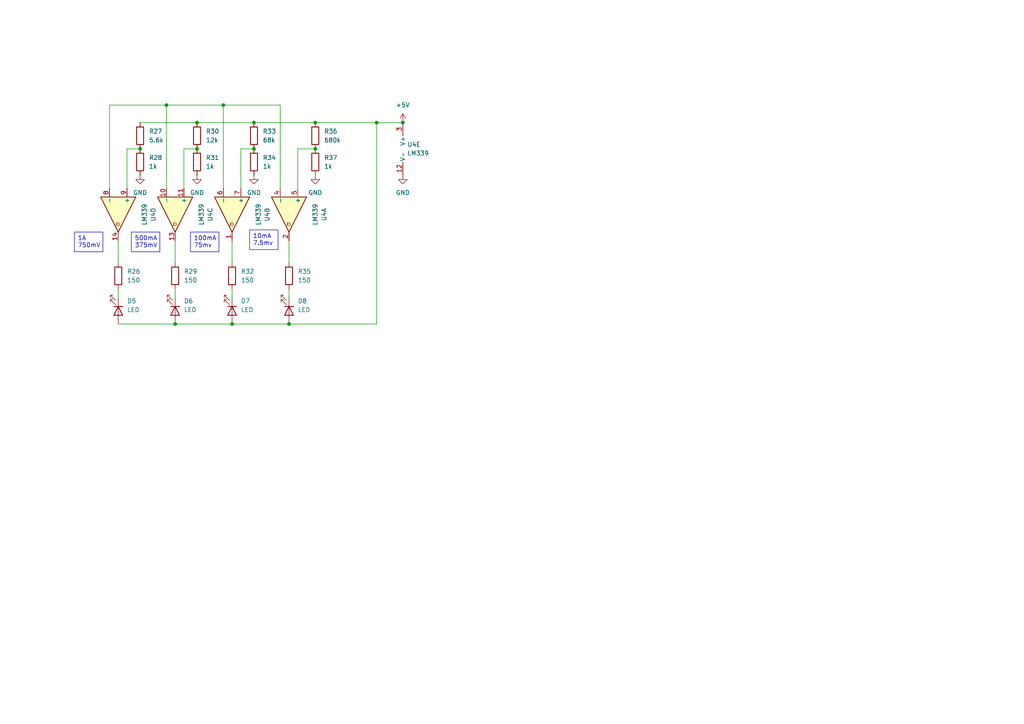
<source format=kicad_sch>
(kicad_sch (version 20231120) (generator "eeschema") (generator_version "8.0")
  (paper "A4")
  (lib_symbols
    (symbol "Comparator:LM339" (pin_names (offset 0.127))
      (property "Reference" "U" (at 0 5.08 0))
      (property "Value" "LM339" (at 0 -5.08 0))
      (symbol "LM339_1_1"
        (polyline (pts (xy -5.08 5.08) (xy 5.08 0) (xy -5.08 -5.08) (xy -5.08 5.08)) (stroke (width 0.254)) (fill (type background)))
        (polyline (pts (xy 3.302 -0.508) (xy 2.794 -0.508) (xy 3.302 0) (xy 2.794 0.508) (xy 2.286 0) (xy 2.794 -0.508) (xy 2.286 -0.508)) (stroke (width 0.127)))
        (pin open_collector line (at 7.62 0 180) (length 2.54) (name "~") (number "2"))
        (pin input line (at -7.62 -2.54 0) (length 2.54) (name "-") (number "4"))
        (pin input line (at -7.62 2.54 0) (length 2.54) (name "+") (number "5"))
      )
      (symbol "LM339_2_1"
        (polyline (pts (xy -5.08 5.08) (xy 5.08 0) (xy -5.08 -5.08) (xy -5.08 5.08)) (stroke (width 0.254)) (fill (type background)))
        (polyline (pts (xy 3.302 -0.508) (xy 2.794 -0.508) (xy 3.302 0) (xy 2.794 0.508) (xy 2.286 0) (xy 2.794 -0.508) (xy 2.286 -0.508)) (stroke (width 0.127)))
        (pin open_collector line (at 7.62 0 180) (length 2.54) (name "~") (number "1"))
        (pin input line (at -7.62 -2.54 0) (length 2.54) (name "-") (number "6"))
        (pin input line (at -7.62 2.54 0) (length 2.54) (name "+") (number "7"))
      )
      (symbol "LM339_3_1"
        (polyline (pts (xy -5.08 5.08) (xy 5.08 0) (xy -5.08 -5.08) (xy -5.08 5.08)) (stroke (width 0.254)) (fill (type background)))
        (polyline (pts (xy 3.302 -0.508) (xy 2.794 -0.508) (xy 3.302 0) (xy 2.794 0.508) (xy 2.286 0) (xy 2.794 -0.508) (xy 2.286 -0.508)) (stroke (width 0.127)))
        (pin input line (at -7.62 -2.54 0) (length 2.54) (name "-") (number "10"))
        (pin input line (at -7.62 2.54 0) (length 2.54) (name "+") (number "11"))
        (pin open_collector line (at 7.62 0 180) (length 2.54) (name "~") (number "13"))
      )
      (symbol "LM339_4_1"
        (polyline (pts (xy -5.08 5.08) (xy 5.08 0) (xy -5.08 -5.08) (xy -5.08 5.08)) (stroke (width 0.254)) (fill (type background)))
        (polyline (pts (xy 3.302 -0.508) (xy 2.794 -0.508) (xy 3.302 0) (xy 2.794 0.508) (xy 2.286 0) (xy 2.794 -0.508) (xy 2.286 -0.508)) (stroke (width 0.127)))
        (pin open_collector line (at 7.62 0 180) (length 2.54) (name "~") (number "14"))
        (pin input line (at -7.62 -2.54 0) (length 2.54) (name "-") (number "8"))
        (pin input line (at -7.62 2.54 0) (length 2.54) (name "+") (number "9"))
      )
      (symbol "LM339_5_1"
        (pin power_in line (at -2.54 -7.62 90) (length 3.81) (name "V-") (number "12"))
        (pin power_in line (at -2.54 7.62 270) (length 3.81) (name "V+") (number "3"))
      )
    )
    (symbol "Device:LED" (pin_numbers hide) (pin_names (offset 1.016) hide)
      (property "Reference" "D" (at 0 2.54 0))
      (property "Value" "LED" (at 0 -2.54 0))
      (symbol "LED_0_1"
        (polyline (pts (xy -1.27 -1.27) (xy -1.27 1.27)) (stroke (width 0.254)))
        (polyline (pts (xy -1.27 0) (xy 1.27 0)))
        (polyline (pts (xy 1.27 -1.27) (xy 1.27 1.27) (xy -1.27 0) (xy 1.27 -1.27)) (stroke (width 0.254)))
        (polyline (pts (xy -3.048 -0.762) (xy -4.572 -2.286) (xy -3.81 -2.286) (xy -4.572 -2.286) (xy -4.572 -1.524)))
        (polyline (pts (xy -1.778 -0.762) (xy -3.302 -2.286) (xy -2.54 -2.286) (xy -3.302 -2.286) (xy -3.302 -1.524)))
      )
      (symbol "LED_1_1"
        (pin passive line (at -3.81 0 0) (length 2.54) (name "K") (number "1"))
        (pin passive line (at 3.81 0 180) (length 2.54) (name "A") (number "2"))
      )
    )
    (symbol "Device:R" (pin_numbers hide) (pin_names (offset 0))
      (property "Reference" "R" (at 2.032 0 90))
      (property "Value" "R" (at 0 0 90))
      (symbol "R_0_1"
        (rectangle (start -1.016 -2.54) (end 1.016 2.54) (stroke (width 0.254)))
      )
      (symbol "R_1_1"
        (pin passive line (at 0 3.81 270) (length 1.27) (name "~") (number "1"))
        (pin passive line (at 0 -3.81 90) (length 1.27) (name "~") (number "2"))
      )
    )
    (symbol "power:+5V" (power) (pin_numbers hide) (pin_names (offset 0) hide)
      (property "Value" "+5V" (at 0 3.556 0))
      (symbol "+5V_0_1"
        (polyline (pts (xy -0.762 1.27) (xy 0 2.54)))
        (polyline (pts (xy 0 0) (xy 0 2.54)))
        (polyline (pts (xy 0 2.54) (xy 0.762 1.27)))
      )
      (symbol "+5V_1_1"
        (pin power_in line (at 0 0 90) (length 0) (name "~") (number "1"))
      )
    )
    (symbol "power:GND" (power) (pin_numbers hide) (pin_names (offset 0) hide)
      (property "Value" "GND" (at 0 -3.81 0))
      (symbol "GND_0_1"
        (polyline (pts (xy 0 0) (xy 0 -1.27) (xy 1.27 -1.27) (xy 0 -2.54) (xy -1.27 -1.27) (xy 0 -1.27)))
      )
      (symbol "GND_1_1"
        (pin power_in line (at 0 0 270) (length 0) (name "~") (number "1"))
      )
    )
  )
  (junction (at 48.26 30.48))
  (junction (at 40.64 43.18))
  (junction (at 91.44 43.18))
  (junction (at 116.84 35.56))
  (junction (at 67.31 93.98))
  (junction (at 73.66 43.18))
  (junction (at 109.22 35.56))
  (junction (at 50.8 93.98))
  (junction (at 57.15 43.18))
  (junction (at 91.44 35.56))
  (junction (at 64.77 30.48))
  (junction (at 83.82 93.98))
  (junction (at 73.66 35.56))
  (junction (at 57.15 35.56))
  (wire (pts (xy 69.85 43.18) (xy 73.66 43.18)))
  (wire (pts (xy 53.34 43.18) (xy 57.15 43.18)))
  (wire (pts (xy 50.8 83.82) (xy 50.8 86.36)))
  (wire (pts (xy 81.28 54.61) (xy 81.28 30.48)))
  (wire (pts (xy 83.82 93.98) (xy 109.22 93.98)))
  (wire (pts (xy 36.83 43.18) (xy 40.64 43.18)))
  (wire (pts (xy 50.8 69.85) (xy 50.8 76.2)))
  (wire (pts (xy 109.22 35.56) (xy 116.84 35.56)))
  (wire (pts (xy 67.31 93.98) (xy 83.82 93.98)))
  (wire (pts (xy 40.64 35.56) (xy 57.15 35.56)))
  (wire (pts (xy 83.82 69.85) (xy 83.82 76.2)))
  (wire (pts (xy 48.26 30.48) (xy 48.26 54.61)))
  (wire (pts (xy 34.29 69.85) (xy 34.29 76.2)))
  (wire (pts (xy 53.34 54.61) (xy 53.34 43.18)))
  (wire (pts (xy 83.82 83.82) (xy 83.82 86.36)))
  (wire (pts (xy 36.83 54.61) (xy 36.83 43.18)))
  (wire (pts (xy 86.36 43.18) (xy 91.44 43.18)))
  (wire (pts (xy 34.29 93.98) (xy 50.8 93.98)))
  (wire (pts (xy 91.44 35.56) (xy 109.22 35.56)))
  (wire (pts (xy 57.15 35.56) (xy 73.66 35.56)))
  (wire (pts (xy 73.66 35.56) (xy 91.44 35.56)))
  (wire (pts (xy 31.75 54.61) (xy 31.75 30.48)))
  (wire (pts (xy 67.31 83.82) (xy 67.31 86.36)))
  (wire (pts (xy 109.22 35.56) (xy 109.22 93.98)))
  (wire (pts (xy 31.75 30.48) (xy 48.26 30.48)))
  (wire (pts (xy 86.36 54.61) (xy 86.36 43.18)))
  (wire (pts (xy 50.8 93.98) (xy 67.31 93.98)))
  (wire (pts (xy 64.77 30.48) (xy 81.28 30.48)))
  (wire (pts (xy 34.29 83.82) (xy 34.29 86.36)))
  (wire (pts (xy 67.31 69.85) (xy 67.31 76.2)))
  (wire (pts (xy 69.85 54.61) (xy 69.85 43.18)))
  (wire (pts (xy 64.77 30.48) (xy 64.77 54.61)))
  (wire (pts (xy 48.26 30.48) (xy 64.77 30.48)))
  (text_box "1A\n750mV\n" (at 21.59 67.31 0) (size 8.255 5.715) (effects (font (size 1.27 1.27)) (justify left top)))
  (text_box "100mA\n75mv\n" (at 55.245 67.31 0) (size 8.255 5.715) (effects (font (size 1.27 1.27)) (justify left top)))
  (text_box "10mA\n7.5mv\n" (at 72.39 66.675 0) (size 8.255 5.715) (effects (font (size 1.27 1.27)) (justify left top)))
  (text_box "500mA\n375mV\n\n" (at 38.1 67.31 0) (size 8.255 5.715) (effects (font (size 1.27 1.27)) (justify left top)))
  (symbol (lib_id "Comparator:LM339") (at 119.38 43.18 0) (unit 5)
    (property "Reference" "U4" (at 118.11 41.9099 0) (effects (justify left)))
    (property "Value" "LM339" (at 118.11 44.4499 0) (effects (justify left)))
    (property "Footprint" "Package_SO:SOIC-14_3.9x8.7mm_P1.27mm" (effects (hide yes)))
    (property "Datasheet" "https://www.st.com/resource/en/datasheet/lm139.pdf" (effects (hide yes)))
    (property "Description" "Quad Differential Comparators, SOIC-14/TSSOP-14" (effects (hide yes)))
    (property "LCSC Part" "C350549" (effects (hide yes)))
  )
  (symbol (lib_id "Device:LED") (at 50.8 90.17 270) (unit 1)
    (property "Reference" "D6" (at 53.34 87.3124 90) (effects (justify left)))
    (property "Value" "LED" (at 53.34 89.8524 90) (effects (justify left)))
    (property "Footprint" "LED_SMD:LED_0603_1608Metric" (effects (hide yes)))
    (property "Description" "Light emitting diode" (effects (hide yes)))
    (property "LCSC Part" "C2286" (effects (hide yes)))
  )
  (symbol (lib_id "Device:LED") (at 67.31 90.17 270) (unit 1)
    (property "Reference" "D7" (at 69.85 87.3124 90) (effects (justify left)))
    (property "Value" "LED" (at 69.85 89.8524 90) (effects (justify left)))
    (property "Footprint" "LED_SMD:LED_0603_1608Metric" (effects (hide yes)))
    (property "Description" "Light emitting diode" (effects (hide yes)))
    (property "LCSC Part" "C2286" (effects (hide yes)))
  )
  (symbol (lib_id "Device:R") (at 67.31 80.01 0) (unit 1)
    (property "Reference" "R32" (at 69.85 78.7399 0) (effects (justify left)))
    (property "Value" "150" (at 69.85 81.2799 0) (effects (justify left)))
    (property "Footprint" "Resistor_SMD:R_0603_1608Metric" (effects (hide yes)))
    (property "Description" "Resistor" (effects (hide yes)))
  )
  (symbol (lib_id "power:GND") (at 40.64 50.8 0) (unit 1)
    (property "Reference" "#PWR032" (effects (hide yes)))
    (property "Value" "GND" (at 40.64 55.88 0))
    (property "Description" "Power symbol creates a global label with name \"GND\" , ground" (effects (hide yes)))
  )
  (symbol (lib_id "power:GND") (at 57.15 50.8 0) (unit 1)
    (property "Reference" "#PWR033" (effects (hide yes)))
    (property "Value" "GND" (at 57.15 55.88 0))
    (property "Description" "Power symbol creates a global label with name \"GND\" , ground" (effects (hide yes)))
  )
  (symbol (lib_id "Device:R") (at 57.15 39.37 0) (unit 1)
    (property "Reference" "R30" (at 59.69 38.0999 0) (effects (justify left)))
    (property "Value" "12k" (at 59.69 40.6399 0) (effects (justify left)))
    (property "Footprint" "Resistor_SMD:R_0603_1608Metric" (effects (hide yes)))
    (property "Description" "Resistor" (effects (hide yes)))
  )
  (symbol (lib_id "Device:LED") (at 83.82 90.17 270) (unit 1)
    (property "Reference" "D8" (at 86.36 87.3124 90) (effects (justify left)))
    (property "Value" "LED" (at 86.36 89.8524 90) (effects (justify left)))
    (property "Footprint" "LED_SMD:LED_0603_1608Metric" (effects (hide yes)))
    (property "Description" "Light emitting diode" (effects (hide yes)))
    (property "LCSC Part" "C2286" (effects (hide yes)))
  )
  (symbol (lib_id "Comparator:LM339") (at 50.8 62.23 270) (unit 3)
    (property "Reference" "U4" (at 60.96 62.23 0))
    (property "Value" "LM339" (at 58.42 62.23 0))
    (property "Footprint" "Package_SO:SOIC-14_3.9x8.7mm_P1.27mm" (effects (hide yes)))
    (property "Datasheet" "https://www.st.com/resource/en/datasheet/lm139.pdf" (effects (hide yes)))
    (property "Description" "Quad Differential Comparators, SOIC-14/TSSOP-14" (effects (hide yes)))
    (property "LCSC Part" "C350549" (effects (hide yes)))
  )
  (symbol (lib_id "Device:R") (at 91.44 46.99 0) (unit 1)
    (property "Reference" "R37" (at 93.98 45.7199 0) (effects (justify left)))
    (property "Value" "1k" (at 93.98 48.2599 0) (effects (justify left)))
    (property "Footprint" "Resistor_SMD:R_0603_1608Metric" (effects (hide yes)))
    (property "Description" "Resistor" (effects (hide yes)))
  )
  (symbol (lib_id "Device:R") (at 34.29 80.01 0) (unit 1)
    (property "Reference" "R26" (at 36.83 78.7399 0) (effects (justify left)))
    (property "Value" "150" (at 36.83 81.2799 0) (effects (justify left)))
    (property "Footprint" "Resistor_SMD:R_0603_1608Metric" (effects (hide yes)))
    (property "Description" "Resistor" (effects (hide yes)))
  )
  (symbol (lib_id "Device:R") (at 40.64 39.37 0) (unit 1)
    (property "Reference" "R27" (at 43.18 38.0999 0) (effects (justify left)))
    (property "Value" "5.6k" (at 43.18 40.6399 0) (effects (justify left)))
    (property "Footprint" "Resistor_SMD:R_0603_1608Metric" (effects (hide yes)))
    (property "Description" "Resistor" (effects (hide yes)))
  )
  (symbol (lib_id "power:GND") (at 116.84 50.8 0) (unit 1)
    (property "Reference" "#PWR037" (effects (hide yes)))
    (property "Value" "GND" (at 116.84 55.88 0))
    (property "Description" "Power symbol creates a global label with name \"GND\" , ground" (effects (hide yes)))
  )
  (symbol (lib_id "Device:R") (at 83.82 80.01 0) (unit 1)
    (property "Reference" "R35" (at 86.36 78.7399 0) (effects (justify left)))
    (property "Value" "150" (at 86.36 81.2799 0) (effects (justify left)))
    (property "Footprint" "Resistor_SMD:R_0603_1608Metric" (effects (hide yes)))
    (property "Description" "Resistor" (effects (hide yes)))
  )
  (symbol (lib_id "Device:R") (at 57.15 46.99 0) (unit 1)
    (property "Reference" "R31" (at 59.69 45.7199 0) (effects (justify left)))
    (property "Value" "1k" (at 59.69 48.2599 0) (effects (justify left)))
    (property "Footprint" "Resistor_SMD:R_0603_1608Metric" (effects (hide yes)))
    (property "Description" "Resistor" (effects (hide yes)))
  )
  (symbol (lib_id "power:GND") (at 91.44 50.8 0) (unit 1)
    (property "Reference" "#PWR035" (effects (hide yes)))
    (property "Value" "GND" (at 91.44 55.88 0))
    (property "Description" "Power symbol creates a global label with name \"GND\" , ground" (effects (hide yes)))
  )
  (symbol (lib_id "Device:R") (at 40.64 46.99 0) (unit 1)
    (property "Reference" "R28" (at 43.18 45.7199 0) (effects (justify left)))
    (property "Value" "1k" (at 43.18 48.2599 0) (effects (justify left)))
    (property "Footprint" "Resistor_SMD:R_0603_1608Metric" (effects (hide yes)))
    (property "Description" "Resistor" (effects (hide yes)))
  )
  (symbol (lib_id "Comparator:LM339") (at 83.82 62.23 270) (unit 1)
    (property "Reference" "U4" (at 93.98 62.23 0))
    (property "Value" "LM339" (at 91.44 62.23 0))
    (property "Footprint" "Package_SO:SOIC-14_3.9x8.7mm_P1.27mm" (effects (hide yes)))
    (property "Datasheet" "https://www.st.com/resource/en/datasheet/lm139.pdf" (effects (hide yes)))
    (property "Description" "Quad Differential Comparators, SOIC-14/TSSOP-14" (effects (hide yes)))
    (property "LCSC Part" "C350549" (effects (hide yes)))
  )
  (symbol (lib_id "Device:R") (at 73.66 39.37 0) (unit 1)
    (property "Reference" "R33" (at 76.2 38.0999 0) (effects (justify left)))
    (property "Value" "68k" (at 76.2 40.6399 0) (effects (justify left)))
    (property "Footprint" "Resistor_SMD:R_0603_1608Metric" (effects (hide yes)))
    (property "Description" "Resistor" (effects (hide yes)))
  )
  (symbol (lib_id "power:GND") (at 73.66 50.8 0) (unit 1)
    (property "Reference" "#PWR034" (effects (hide yes)))
    (property "Value" "GND" (at 73.66 55.88 0))
    (property "Description" "Power symbol creates a global label with name \"GND\" , ground" (effects (hide yes)))
  )
  (symbol (lib_id "Device:R") (at 91.44 39.37 0) (unit 1)
    (property "Reference" "R36" (at 93.98 38.0999 0) (effects (justify left)))
    (property "Value" "680k" (at 93.98 40.6399 0) (effects (justify left)))
    (property "Footprint" "Resistor_SMD:R_0603_1608Metric" (effects (hide yes)))
    (property "Description" "Resistor" (effects (hide yes)))
  )
  (symbol (lib_id "Comparator:LM339") (at 67.31 62.23 270) (unit 2)
    (property "Reference" "U4" (at 77.47 62.23 0))
    (property "Value" "LM339" (at 74.93 62.23 0))
    (property "Footprint" "Package_SO:SOIC-14_3.9x8.7mm_P1.27mm" (effects (hide yes)))
    (property "Datasheet" "https://www.st.com/resource/en/datasheet/lm139.pdf" (effects (hide yes)))
    (property "Description" "Quad Differential Comparators, SOIC-14/TSSOP-14" (effects (hide yes)))
    (property "LCSC Part" "C350549" (effects (hide yes)))
  )
  (symbol (lib_id "Comparator:LM339") (at 34.29 62.23 270) (unit 4)
    (property "Reference" "U4" (at 44.45 62.23 0))
    (property "Value" "LM339" (at 41.91 62.23 0))
    (property "Footprint" "Package_SO:SOIC-14_3.9x8.7mm_P1.27mm" (effects (hide yes)))
    (property "Datasheet" "https://www.st.com/resource/en/datasheet/lm139.pdf" (effects (hide yes)))
    (property "Description" "Quad Differential Comparators, SOIC-14/TSSOP-14" (effects (hide yes)))
    (property "LCSC Part" "C350549" (effects (hide yes)))
  )
  (symbol (lib_id "Device:LED") (at 34.29 90.17 270) (unit 1)
    (property "Reference" "D5" (at 36.83 87.3124 90) (effects (justify left)))
    (property "Value" "LED" (at 36.83 89.8524 90) (effects (justify left)))
    (property "Footprint" "LED_SMD:LED_0603_1608Metric" (effects (hide yes)))
    (property "Description" "Light emitting diode" (effects (hide yes)))
    (property "LCSC Part" "C2286" (effects (hide yes)))
  )
  (symbol (lib_id "power:+5V") (at 116.84 35.56 0) (unit 1)
    (property "Reference" "#PWR036" (effects (hide yes)))
    (property "Value" "+5V" (at 116.84 30.48 0))
    (property "Description" "Power symbol creates a global label with name \"+5V\"" (effects (hide yes)))
  )
  (symbol (lib_id "Device:R") (at 73.66 46.99 0) (unit 1)
    (property "Reference" "R34" (at 76.2 45.7199 0) (effects (justify left)))
    (property "Value" "1k" (at 76.2 48.2599 0) (effects (justify left)))
    (property "Footprint" "Resistor_SMD:R_0603_1608Metric" (effects (hide yes)))
    (property "Description" "Resistor" (effects (hide yes)))
  )
  (symbol (lib_id "Device:R") (at 50.8 80.01 0) (unit 1)
    (property "Reference" "R29" (at 53.34 78.7399 0) (effects (justify left)))
    (property "Value" "150" (at 53.34 81.2799 0) (effects (justify left)))
    (property "Footprint" "Resistor_SMD:R_0603_1608Metric" (effects (hide yes)))
    (property "Description" "Resistor" (effects (hide yes)))
  )
)
</source>
